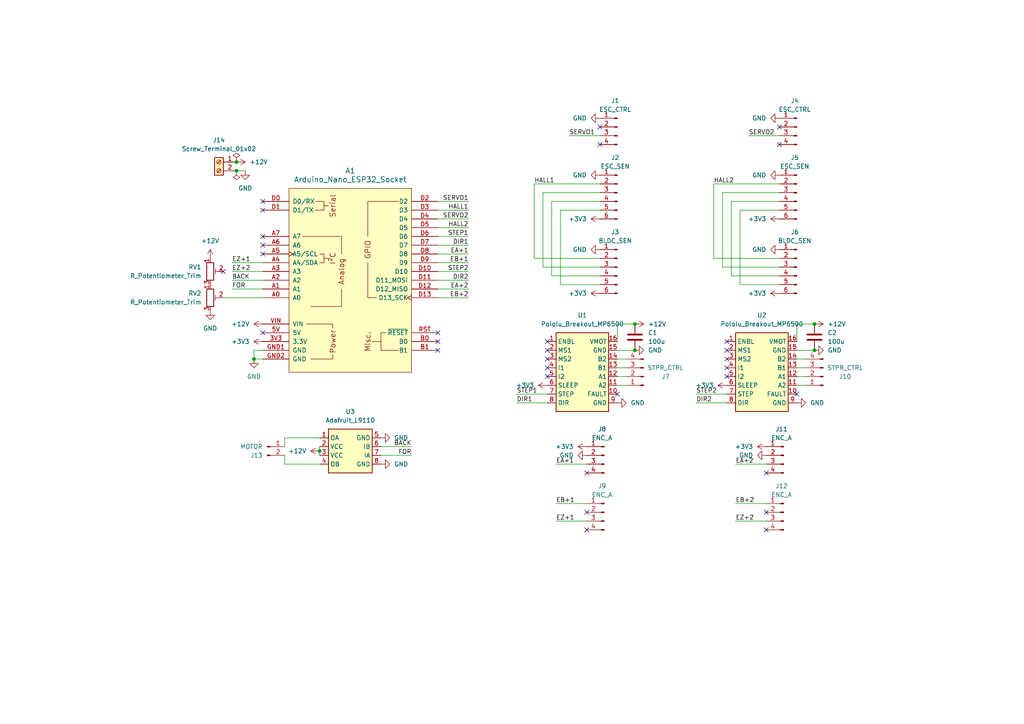
<source format=kicad_sch>
(kicad_sch (version 20230121) (generator eeschema)
  (paper "A4")
  (title_block (title "Onboard Controller V1") (date "2024-02-20") (rev "0"))
  (lib_symbols
    (symbol "Connector:Conn_01x02_Pin" (pin_names (offset 1.016) hide)
      (property "Reference" "J" (at 0 2.54 0))
      (property "Value" "Conn_01x02_Pin" (at 0 -5.08 0))
      (symbol "Conn_01x02_Pin_1_1"
        (polyline (pts (xy 1.27 -2.54) (xy 0.8636 -2.54)) (stroke (width 0.1524)))
        (polyline (pts (xy 1.27 0) (xy 0.8636 0)) (stroke (width 0.1524)))
        (rectangle (start 0.8636 -2.413) (end 0 -2.667) (stroke (width 0.1524)) (fill (type outline)))
        (rectangle (start 0.8636 0.127) (end 0 -0.127) (stroke (width 0.1524)) (fill (type outline)))
        (pin passive line (at 5.08 0 180) (length 3.81) (name "Pin_1") (number "1"))
        (pin passive line (at 5.08 -2.54 180) (length 3.81) (name "Pin_2") (number "2"))
      )
    )
    (symbol "Connector:Conn_01x04_Pin" (pin_names (offset 1.016) hide)
      (property "Reference" "J" (at 0 5.08 0))
      (property "Value" "Conn_01x04_Pin" (at 0 -7.62 0))
      (symbol "Conn_01x04_Pin_1_1"
        (polyline (pts (xy 1.27 -5.08) (xy 0.8636 -5.08)) (stroke (width 0.1524)))
        (polyline (pts (xy 1.27 -2.54) (xy 0.8636 -2.54)) (stroke (width 0.1524)))
        (polyline (pts (xy 1.27 0) (xy 0.8636 0)) (stroke (width 0.1524)))
        (polyline (pts (xy 1.27 2.54) (xy 0.8636 2.54)) (stroke (width 0.1524)))
        (rectangle (start 0.8636 -4.953) (end 0 -5.207) (stroke (width 0.1524)) (fill (type outline)))
        (rectangle (start 0.8636 -2.413) (end 0 -2.667) (stroke (width 0.1524)) (fill (type outline)))
        (rectangle (start 0.8636 0.127) (end 0 -0.127) (stroke (width 0.1524)) (fill (type outline)))
        (rectangle (start 0.8636 2.667) (end 0 2.413) (stroke (width 0.1524)) (fill (type outline)))
        (pin passive line (at 5.08 2.54 180) (length 3.81) (name "Pin_1") (number "1"))
        (pin passive line (at 5.08 0 180) (length 3.81) (name "Pin_2") (number "2"))
        (pin passive line (at 5.08 -2.54 180) (length 3.81) (name "Pin_3") (number "3"))
        (pin passive line (at 5.08 -5.08 180) (length 3.81) (name "Pin_4") (number "4"))
      )
    )
    (symbol "Connector:Conn_01x06_Pin" (pin_names (offset 1.016) hide)
      (property "Reference" "J" (at 0 7.62 0))
      (property "Value" "Conn_01x06_Pin" (at 0 -10.16 0))
      (symbol "Conn_01x06_Pin_1_1"
        (polyline (pts (xy 1.27 -7.62) (xy 0.8636 -7.62)) (stroke (width 0.1524)))
        (polyline (pts (xy 1.27 -5.08) (xy 0.8636 -5.08)) (stroke (width 0.1524)))
        (polyline (pts (xy 1.27 -2.54) (xy 0.8636 -2.54)) (stroke (width 0.1524)))
        (polyline (pts (xy 1.27 0) (xy 0.8636 0)) (stroke (width 0.1524)))
        (polyline (pts (xy 1.27 2.54) (xy 0.8636 2.54)) (stroke (width 0.1524)))
        (polyline (pts (xy 1.27 5.08) (xy 0.8636 5.08)) (stroke (width 0.1524)))
        (rectangle (start 0.8636 -7.493) (end 0 -7.747) (stroke (width 0.1524)) (fill (type outline)))
        (rectangle (start 0.8636 -4.953) (end 0 -5.207) (stroke (width 0.1524)) (fill (type outline)))
        (rectangle (start 0.8636 -2.413) (end 0 -2.667) (stroke (width 0.1524)) (fill (type outline)))
        (rectangle (start 0.8636 0.127) (end 0 -0.127) (stroke (width 0.1524)) (fill (type outline)))
        (rectangle (start 0.8636 2.667) (end 0 2.413) (stroke (width 0.1524)) (fill (type outline)))
        (rectangle (start 0.8636 5.207) (end 0 4.953) (stroke (width 0.1524)) (fill (type outline)))
        (pin passive line (at 5.08 5.08 180) (length 3.81) (name "Pin_1") (number "1"))
        (pin passive line (at 5.08 2.54 180) (length 3.81) (name "Pin_2") (number "2"))
        (pin passive line (at 5.08 0 180) (length 3.81) (name "Pin_3") (number "3"))
        (pin passive line (at 5.08 -2.54 180) (length 3.81) (name "Pin_4") (number "4"))
        (pin passive line (at 5.08 -5.08 180) (length 3.81) (name "Pin_5") (number "5"))
        (pin passive line (at 5.08 -7.62 180) (length 3.81) (name "Pin_6") (number "6"))
      )
    )
    (symbol "Connector:Screw_Terminal_01x02" (pin_names (offset 1.016) hide)
      (property "Reference" "J" (at 0 2.54 0))
      (property "Value" "Screw_Terminal_01x02" (at 0 -5.08 0))
      (symbol "Screw_Terminal_01x02_1_1"
        (rectangle (start -1.27 1.27) (end 1.27 -3.81) (stroke (width 0.254)) (fill (type background)))
        (circle (center 0 -2.54) (radius 0.635) (stroke (width 0.1524)))
        (polyline (pts (xy -0.5334 -2.2098) (xy 0.3302 -3.048)) (stroke (width 0.1524)))
        (polyline (pts (xy -0.5334 0.3302) (xy 0.3302 -0.508)) (stroke (width 0.1524)))
        (polyline (pts (xy -0.3556 -2.032) (xy 0.508 -2.8702)) (stroke (width 0.1524)))
        (polyline (pts (xy -0.3556 0.508) (xy 0.508 -0.3302)) (stroke (width 0.1524)))
        (circle (center 0 0) (radius 0.635) (stroke (width 0.1524)))
        (pin passive line (at -5.08 0 0) (length 3.81) (name "Pin_1") (number "1"))
        (pin passive line (at -5.08 -2.54 0) (length 3.81) (name "Pin_2") (number "2"))
      )
    )
    (symbol "Device:C" (pin_numbers hide) (pin_names (offset 0.254))
      (property "Reference" "C" (at 0.635 2.54 0))
      (property "Value" "C" (at 0.635 -2.54 0))
      (symbol "C_0_1"
        (polyline (pts (xy -2.032 -0.762) (xy 2.032 -0.762)) (stroke (width 0.508)))
        (polyline (pts (xy -2.032 0.762) (xy 2.032 0.762)) (stroke (width 0.508)))
      )
      (symbol "C_1_1"
        (pin passive line (at 0 3.81 270) (length 2.794) (name "~") (number "1"))
        (pin passive line (at 0 -3.81 90) (length 2.794) (name "~") (number "2"))
      )
    )
    (symbol "Device:R_Potentiometer_Trim" (pin_names (offset 1.016) hide)
      (property "Reference" "RV" (at -4.445 0 90))
      (property "Value" "R_Potentiometer_Trim" (at -2.54 0 90))
      (symbol "R_Potentiometer_Trim_0_1"
        (polyline (pts (xy 1.524 0.762) (xy 1.524 -0.762)))
        (polyline (pts (xy 2.54 0) (xy 1.524 0)))
        (rectangle (start 1.016 2.54) (end -1.016 -2.54) (stroke (width 0.254)))
      )
      (symbol "R_Potentiometer_Trim_1_1"
        (pin passive line (at 0 3.81 270) (length 1.27) (name "1") (number "1"))
        (pin passive line (at 3.81 0 180) (length 1.27) (name "2") (number "2"))
        (pin passive line (at 0 -3.81 90) (length 1.27) (name "3") (number "3"))
      )
    )
    (symbol "PCM_arduino-library:Arduino_Nano_ESP32_Socket" (pin_names (offset 1.016))
      (property "Reference" "A" (at 0 33.02 0))
      (property "Value" "Arduino_Nano_ESP32_Socket" (at 0 29.21 0))
      (symbol "Arduino_Nano_ESP32_Socket_0_0"
        (rectangle (start -17.78 26.67) (end 17.78 -26.67) (fill (type background)))
        (polyline (pts (xy -7.62 6.35) (xy -6.35 6.35)))
        (polyline (pts (xy -7.62 21.59) (xy -6.35 21.59)))
        (polyline (pts (xy 8.89 -17.78) (xy 6.35 -17.78)))
        (polyline (pts (xy -11.43 -22.86) (xy -5.08 -22.86) (xy -5.08 -21.59)))
        (polyline (pts (xy -5.08 -13.97) (xy -5.08 -12.7) (xy -12.7 -12.7)))
        (polyline (pts (xy -10.16 22.86) (xy -7.62 22.86) (xy -7.62 20.32) (xy -10.16 20.32)))
        (polyline (pts (xy -8.89 7.62) (xy -7.62 7.62) (xy -7.62 5.08) (xy -8.89 5.08)))
        (text "Analog" (at -2.54 2.54 900) (effects (font (size 1.524 1.524))))
        (text "I²C" (at -5.08 6.35 900) (effects (font (size 1.524 1.524))))
        (text "Misc." (at 5.08 -17.78 900) (effects (font (size 1.524 1.524))))
        (text "Power" (at -5.08 -17.78 900) (effects (font (size 1.524 1.524))))
        (text "Serial" (at -5.08 21.59 900) (effects (font (size 1.524 1.524))))
      )
      (symbol "Arduino_Nano_ESP32_Socket_0_1"
        (polyline (pts (xy -13.97 12.7) (xy -2.54 12.7) (xy -2.54 7.62)))
        (polyline (pts (xy -11.43 -7.62) (xy -2.54 -7.62) (xy -2.54 -2.54)))
        (polyline (pts (xy 7.62 -5.08) (xy 5.08 -5.08) (xy 5.08 5.08)))
        (polyline (pts (xy 13.97 22.86) (xy 5.08 22.86) (xy 5.08 12.7)))
        (polyline (pts (xy 10.16 -15.24) (xy 8.89 -15.24) (xy 8.89 -20.32) (xy 13.97 -20.32)))
      )
      (symbol "Arduino_Nano_ESP32_Socket_1_0"
        (text "GPIO" (at 5.08 8.89 900) (effects (font (size 1.524 1.524))))
      )
      (symbol "Arduino_Nano_ESP32_Socket_1_1"
        (pin power_out line (at -25.4 -17.78 0) (length 7.62) (name "3.3V") (number "3V3"))
        (pin power_in line (at -25.4 -15.24 0) (length 7.62) (name "5V") (number "5V"))
        (pin bidirectional line (at -25.4 -5.08 0) (length 7.62) (name "A0") (number "A0"))
        (pin bidirectional line (at -25.4 -2.54 0) (length 7.62) (name "A1") (number "A1"))
        (pin bidirectional line (at -25.4 0 0) (length 7.62) (name "A2") (number "A2"))
        (pin bidirectional line (at -25.4 2.54 0) (length 7.62) (name "A3") (number "A3"))
        (pin bidirectional line (at -25.4 5.08 0) (length 7.62) (name "A4/SDA") (number "A4"))
        (pin bidirectional clock (at -25.4 7.62 0) (length 7.62) (name "A5/SCL") (number "A5"))
        (pin input line (at -25.4 10.16 0) (length 7.62) (name "A6") (number "A6"))
        (pin input line (at -25.4 12.7 0) (length 7.62) (name "A7") (number "A7"))
        (pin bidirectional line (at 25.4 -17.78 180) (length 7.62) (name "B0") (number "B0"))
        (pin bidirectional line (at 25.4 -20.32 180) (length 7.62) (name "B1") (number "B1"))
        (pin bidirectional line (at -25.4 22.86 0) (length 7.62) (name "D0/RX") (number "D0"))
        (pin bidirectional line (at -25.4 20.32 0) (length 7.62) (name "D1/TX") (number "D1"))
        (pin bidirectional line (at 25.4 2.54 180) (length 7.62) (name "D10") (number "D10"))
        (pin bidirectional line (at 25.4 0 180) (length 7.62) (name "D11_MOSI") (number "D11"))
        (pin bidirectional line (at 25.4 -2.54 180) (length 7.62) (name "D12_MISO") (number "D12"))
        (pin bidirectional clock (at 25.4 -5.08 180) (length 7.62) (name "D13_SCK") (number "D13"))
        (pin bidirectional line (at 25.4 22.86 180) (length 7.62) (name "D2") (number "D2"))
        (pin bidirectional line (at 25.4 20.32 180) (length 7.62) (name "D3") (number "D3"))
        (pin bidirectional line (at 25.4 17.78 180) (length 7.62) (name "D4") (number "D4"))
        (pin bidirectional line (at 25.4 15.24 180) (length 7.62) (name "D5") (number "D5"))
        (pin bidirectional line (at 25.4 12.7 180) (length 7.62) (name "D6") (number "D6"))
        (pin bidirectional line (at 25.4 10.16 180) (length 7.62) (name "D7") (number "D7"))
        (pin bidirectional line (at 25.4 7.62 180) (length 7.62) (name "D8") (number "D8"))
        (pin bidirectional line (at 25.4 5.08 180) (length 7.62) (name "D9") (number "D9"))
        (pin power_in line (at -25.4 -20.32 0) (length 7.62) (name "GND") (number "GND1"))
        (pin power_in line (at -25.4 -22.86 0) (length 7.62) (name "GND") (number "GND2"))
        (pin open_collector line (at 25.4 -15.24 180) (length 7.62) (name "~{RESET}") (number "RST"))
        (pin power_in line (at -25.4 -12.7 0) (length 7.62) (name "VIN") (number "VIN"))
      )
    )
    (symbol "Pololu_Breakout_MP6500_1"
      (property "Reference" "U" (at -6.35 12.7 0))
      (property "Value" "Pololu_Breakout_MP6500" (at -7.62 -12.7 0))
      (symbol "Pololu_Breakout_MP6500_1_0_1"
        (rectangle (start -7.62 11.43) (end 7.62 -11.43) (stroke (width 0.254)) (fill (type background)))
      )
      (symbol "Pololu_Breakout_MP6500_1_1_1"
        (pin input line (at -10.16 8.89 0) (length 2.54) (name "ENBL") (number "1"))
        (pin input line (at 10.16 -6.35 180) (length 2.54) (name "FAULT") (number "10"))
        (pin output line (at 10.16 -3.81 180) (length 2.54) (name "A2") (number "11"))
        (pin output line (at 10.16 -1.27 180) (length 2.54) (name "A1") (number "12"))
        (pin output line (at 10.16 1.27 180) (length 2.54) (name "B1") (number "13"))
        (pin output line (at 10.16 3.81 180) (length 2.54) (name "B2") (number "14"))
        (pin power_in line (at 10.16 6.35 180) (length 2.54) (name "GND") (number "15"))
        (pin power_in line (at 10.16 8.89 180) (length 2.54) (name "VMOT") (number "16"))
        (pin input line (at -10.16 6.35 0) (length 2.54) (name "MS1") (number "2"))
        (pin input line (at -10.16 3.81 0) (length 2.54) (name "MS2") (number "3"))
        (pin input line (at -10.16 1.27 0) (length 2.54) (name "I1") (number "4"))
        (pin input line (at -10.16 -1.27 0) (length 2.54) (name "I2") (number "5"))
        (pin input line (at -10.16 -3.81 0) (length 2.54) (name "SLEEP") (number "6"))
        (pin input line (at -10.16 -6.35 0) (length 2.54) (name "STEP") (number "7"))
        (pin input line (at -10.16 -8.89 0) (length 2.54) (name "DIR") (number "8"))
        (pin power_in line (at 10.16 -8.89 180) (length 2.54) (name "GND") (number "9"))
      )
    )
    (symbol "Symbol Library:Adafruit_L9110"
      (property "Reference" "U" (at -5.08 7.62 0))
      (property "Value" "Adafruit_L9110" (at -6.35 -7.62 0))
      (symbol "Adafruit_L9110_0_1"
        (rectangle (start -6.35 6.35) (end 6.35 -6.35) (stroke (width 0.254)) (fill (type background)))
      )
      (symbol "Adafruit_L9110_1_1"
        (pin output line (at -8.89 3.81 0) (length 2.54) (name "OA") (number "1"))
        (pin power_in line (at -8.89 1.27 0) (length 2.54) (name "VCC") (number "2"))
        (pin power_in line (at -8.89 -1.27 0) (length 2.54) (name "VCC") (number "3"))
        (pin output line (at -8.89 -3.81 0) (length 2.54) (name "OB") (number "4"))
        (pin power_in line (at 8.89 3.81 180) (length 2.54) (name "GND") (number "5"))
        (pin input line (at 8.89 1.27 180) (length 2.54) (name "IB") (number "6"))
        (pin input line (at 8.89 -1.27 180) (length 2.54) (name "IA") (number "7"))
        (pin power_in line (at 8.89 -3.81 180) (length 2.54) (name "GND") (number "8"))
      )
    )
    (symbol "Symbol Library:Pololu_Breakout_MP6500"
      (property "Reference" "U" (at -6.35 12.7 0))
      (property "Value" "Pololu_Breakout_MP6500" (at -7.62 -12.7 0))
      (symbol "Pololu_Breakout_MP6500_0_1"
        (rectangle (start -7.62 11.43) (end 7.62 -11.43) (stroke (width 0.254)) (fill (type background)))
      )
      (symbol "Pololu_Breakout_MP6500_1_1"
        (pin input line (at -10.16 8.89 0) (length 2.54) (name "ENBL") (number "1"))
        (pin input line (at 10.16 -6.35 180) (length 2.54) (name "FAULT") (number "10"))
        (pin output line (at 10.16 -3.81 180) (length 2.54) (name "A2") (number "11"))
        (pin output line (at 10.16 -1.27 180) (length 2.54) (name "A1") (number "12"))
        (pin output line (at 10.16 1.27 180) (length 2.54) (name "B1") (number "13"))
        (pin output line (at 10.16 3.81 180) (length 2.54) (name "B2") (number "14"))
        (pin power_in line (at 10.16 6.35 180) (length 2.54) (name "GND") (number "15"))
        (pin power_in line (at 10.16 8.89 180) (length 2.54) (name "VMOT") (number "16"))
        (pin input line (at -10.16 6.35 0) (length 2.54) (name "MS1") (number "2"))
        (pin input line (at -10.16 3.81 0) (length 2.54) (name "MS2") (number "3"))
        (pin input line (at -10.16 1.27 0) (length 2.54) (name "I1") (number "4"))
        (pin input line (at -10.16 -1.27 0) (length 2.54) (name "I2") (number "5"))
        (pin input line (at -10.16 -3.81 0) (length 2.54) (name "SLEEP") (number "6"))
        (pin input line (at -10.16 -6.35 0) (length 2.54) (name "STEP") (number "7"))
        (pin input line (at -10.16 -8.89 0) (length 2.54) (name "DIR") (number "8"))
        (pin power_in line (at 10.16 -8.89 180) (length 2.54) (name "GND") (number "9"))
      )
    )
    (symbol "power:+12V" (power) (pin_names (offset 0))
      (property "Value" "+12V" (at 0 3.556 0))
      (symbol "+12V_0_1"
        (polyline (pts (xy -0.762 1.27) (xy 0 2.54)))
        (polyline (pts (xy 0 0) (xy 0 2.54)))
        (polyline (pts (xy 0 2.54) (xy 0.762 1.27)))
      )
      (symbol "+12V_1_1"
        (pin power_in line (at 0 0 90) (length 0) hide (name "+12V") (number "1"))
      )
    )
    (symbol "power:+3V3" (power) (pin_names (offset 0))
      (property "Value" "+3V3" (at 0 3.556 0))
      (symbol "+3V3_0_1"
        (polyline (pts (xy -0.762 1.27) (xy 0 2.54)))
        (polyline (pts (xy 0 0) (xy 0 2.54)))
        (polyline (pts (xy 0 2.54) (xy 0.762 1.27)))
      )
      (symbol "+3V3_1_1"
        (pin power_in line (at 0 0 90) (length 0) hide (name "+3V3") (number "1"))
      )
    )
    (symbol "power:GND" (power) (pin_names (offset 0))
      (property "Value" "GND" (at 0 -3.81 0))
      (symbol "GND_0_1"
        (polyline (pts (xy 0 0) (xy 0 -1.27) (xy 1.27 -1.27) (xy 0 -2.54) (xy -1.27 -1.27) (xy 0 -1.27)))
      )
      (symbol "GND_1_1"
        (pin power_in line (at 0 0 270) (length 0) hide (name "GND") (number "1"))
      )
    )
    (symbol "power:PWR_FLAG" (power) (pin_numbers hide) (pin_names (offset 0) hide)
      (property "Value" "PWR_FLAG" (at 0 3.81 0))
      (symbol "PWR_FLAG_0_0"
        (pin power_out line (at 0 0 90) (length 0) (name "pwr") (number "1"))
      )
      (symbol "PWR_FLAG_0_1"
        (polyline (pts (xy 0 0) (xy 0 1.27) (xy -1.016 1.905) (xy 0 2.54) (xy 1.016 1.905) (xy 0 1.27)))
      )
    )
  )
  (junction (at 184.15 101.6))
  (junction (at 73.66 104.14))
  (junction (at 236.22 93.98))
  (junction (at 184.15 93.98))
  (junction (at 236.22 101.6))
  (junction (at 68.58 46.99))
  (junction (at 68.58 49.53))
  (junction (at 92.71 130.81))
  (no_connect (at 222.25 153.67))
  (no_connect (at 170.18 148.59))
  (no_connect (at 127 101.6))
  (no_connect (at 76.2 96.52))
  (no_connect (at 76.2 68.58))
  (no_connect (at 170.18 137.16))
  (no_connect (at 222.25 137.16))
  (no_connect (at 76.2 73.66))
  (no_connect (at 173.99 36.83))
  (no_connect (at 127 99.06))
  (no_connect (at 210.82 106.68))
  (no_connect (at 158.75 101.6))
  (no_connect (at 76.2 58.42))
  (no_connect (at 127 96.52))
  (no_connect (at 64.77 78.74))
  (no_connect (at 173.99 41.91))
  (no_connect (at 179.07 114.3))
  (no_connect (at 210.82 99.06))
  (no_connect (at 158.75 104.14))
  (no_connect (at 158.75 109.22))
  (no_connect (at 210.82 104.14))
  (no_connect (at 158.75 99.06))
  (no_connect (at 226.06 41.91))
  (no_connect (at 226.06 36.83))
  (no_connect (at 210.82 101.6))
  (no_connect (at 231.14 114.3))
  (no_connect (at 76.2 71.12))
  (no_connect (at 222.25 148.59))
  (no_connect (at 76.2 60.96))
  (no_connect (at 170.18 153.67))
  (no_connect (at 210.82 109.22))
  (no_connect (at 158.75 106.68))
  (wire (pts (xy 160.02 80.01) (xy 160.02 58.42)))
  (wire (pts (xy 226.06 80.01) (xy 212.09 80.01)))
  (wire (pts (xy 135.89 63.5) (xy 127 63.5)))
  (wire (pts (xy 67.31 81.28) (xy 76.2 81.28)))
  (wire (pts (xy 209.55 77.47) (xy 226.06 77.47)))
  (wire (pts (xy 160.02 58.42) (xy 173.99 58.42)))
  (wire (pts (xy 135.89 60.96) (xy 127 60.96)))
  (wire (pts (xy 157.48 55.88) (xy 157.48 77.47)))
  (wire (pts (xy 226.06 82.55) (xy 214.63 82.55)))
  (wire (pts (xy 119.38 132.08) (xy 110.49 132.08)))
  (wire (pts (xy 67.31 76.2) (xy 76.2 76.2)))
  (wire (pts (xy 173.99 74.93) (xy 154.94 74.93)))
  (wire (pts (xy 179.07 93.98) (xy 179.07 99.06)))
  (wire (pts (xy 173.99 82.55) (xy 162.56 82.55)))
  (wire (pts (xy 162.56 60.96) (xy 173.99 60.96)))
  (wire (pts (xy 135.89 83.82) (xy 127 83.82)))
  (wire (pts (xy 217.17 39.37) (xy 226.06 39.37)))
  (wire (pts (xy 127 68.58) (xy 135.89 68.58)))
  (wire (pts (xy 157.48 77.47) (xy 173.99 77.47)))
  (wire (pts (xy 127 78.74) (xy 135.89 78.74)))
  (wire (pts (xy 231.14 93.98) (xy 231.14 99.06)))
  (wire (pts (xy 92.71 130.81) (xy 92.71 132.08)))
  (wire (pts (xy 214.63 82.55) (xy 214.63 60.96)))
  (wire (pts (xy 231.14 101.6) (xy 236.22 101.6)))
  (wire (pts (xy 207.01 53.34) (xy 226.06 53.34)))
  (wire (pts (xy 179.07 101.6) (xy 184.15 101.6)))
  (wire (pts (xy 181.61 109.22) (xy 179.07 109.22)))
  (wire (pts (xy 162.56 82.55) (xy 162.56 60.96)))
  (wire (pts (xy 127 58.42) (xy 135.89 58.42)))
  (wire (pts (xy 231.14 93.98) (xy 236.22 93.98)))
  (wire (pts (xy 181.61 106.68) (xy 179.07 106.68)))
  (wire (pts (xy 127 71.12) (xy 135.89 71.12)))
  (wire (pts (xy 179.07 93.98) (xy 184.15 93.98)))
  (wire (pts (xy 209.55 55.88) (xy 209.55 77.47)))
  (wire (pts (xy 82.55 127) (xy 92.71 127)))
  (wire (pts (xy 73.66 101.6) (xy 76.2 101.6)))
  (wire (pts (xy 161.29 151.13) (xy 170.18 151.13)))
  (wire (pts (xy 82.55 129.54) (xy 82.55 127)))
  (wire (pts (xy 233.68 111.76) (xy 231.14 111.76)))
  (wire (pts (xy 165.1 39.37) (xy 173.99 39.37)))
  (wire (pts (xy 173.99 80.01) (xy 160.02 80.01)))
  (wire (pts (xy 73.66 104.14) (xy 76.2 104.14)))
  (wire (pts (xy 73.66 101.6) (xy 73.66 104.14)))
  (wire (pts (xy 213.36 146.05) (xy 222.25 146.05)))
  (wire (pts (xy 210.82 114.3) (xy 201.93 114.3)))
  (wire (pts (xy 64.77 86.36) (xy 76.2 86.36)))
  (wire (pts (xy 181.61 111.76) (xy 179.07 111.76)))
  (wire (pts (xy 67.31 83.82) (xy 76.2 83.82)))
  (wire (pts (xy 135.89 76.2) (xy 127 76.2)))
  (wire (pts (xy 67.31 78.74) (xy 76.2 78.74)))
  (wire (pts (xy 161.29 146.05) (xy 170.18 146.05)))
  (wire (pts (xy 214.63 60.96) (xy 226.06 60.96)))
  (wire (pts (xy 212.09 58.42) (xy 226.06 58.42)))
  (wire (pts (xy 119.38 129.54) (xy 110.49 129.54)))
  (wire (pts (xy 233.68 104.14) (xy 231.14 104.14)))
  (wire (pts (xy 161.29 134.62) (xy 170.18 134.62)))
  (wire (pts (xy 82.55 132.08) (xy 82.55 134.62)))
  (wire (pts (xy 207.01 74.93) (xy 207.01 53.34)))
  (wire (pts (xy 173.99 55.88) (xy 157.48 55.88)))
  (wire (pts (xy 226.06 55.88) (xy 209.55 55.88)))
  (wire (pts (xy 210.82 116.84) (xy 201.93 116.84)))
  (wire (pts (xy 158.75 116.84) (xy 149.86 116.84)))
  (wire (pts (xy 154.94 53.34) (xy 173.99 53.34)))
  (wire (pts (xy 212.09 80.01) (xy 212.09 58.42)))
  (wire (pts (xy 71.12 49.53) (xy 68.58 49.53)))
  (wire (pts (xy 181.61 104.14) (xy 179.07 104.14)))
  (wire (pts (xy 82.55 134.62) (xy 92.71 134.62)))
  (wire (pts (xy 158.75 114.3) (xy 149.86 114.3)))
  (wire (pts (xy 154.94 74.93) (xy 154.94 53.34)))
  (wire (pts (xy 213.36 134.62) (xy 222.25 134.62)))
  (wire (pts (xy 233.68 109.22) (xy 231.14 109.22)))
  (wire (pts (xy 226.06 74.93) (xy 207.01 74.93)))
  (wire (pts (xy 92.71 129.54) (xy 92.71 130.81)))
  (wire (pts (xy 135.89 73.66) (xy 127 73.66)))
  (wire (pts (xy 213.36 151.13) (xy 222.25 151.13)))
  (wire (pts (xy 135.89 86.36) (xy 127 86.36)))
  (wire (pts (xy 233.68 106.68) (xy 231.14 106.68)))
  (wire (pts (xy 127 81.28) (xy 135.89 81.28)))
  (wire (pts (xy 135.89 66.04) (xy 127 66.04)))
  (label "EA+2" (at 213.36 134.62 0))
  (label "BACK" (at 67.31 81.28 0))
  (label "FOR" (at 67.31 83.82 0))
  (label "EA+1" (at 161.29 134.62 0))
  (label "DIR1" (at 149.86 116.84 0))
  (label "EB+1" (at 135.89 76.2 180))
  (label "SERVO2" (at 135.89 63.5 180))
  (label "SERVO2" (at 217.17 39.37 0))
  (label "EA+2" (at 135.89 83.82 180))
  (label "STEP1" (at 135.89 68.58 180))
  (label "EZ+2" (at 213.36 151.13 0))
  (label "HALL2" (at 207.01 53.34 0))
  (label "EZ+1" (at 161.29 151.13 0))
  (label "BACK" (at 119.38 129.54 180))
  (label "HALL1" (at 135.89 60.96 180))
  (label "STEP1" (at 149.86 114.3 0))
  (label "DIR2" (at 201.93 116.84 0))
  (label "EB+1" (at 161.29 146.05 0))
  (label "SERVO1" (at 165.1 39.37 0))
  (label "HALL1" (at 154.94 53.34 0))
  (label "DIR1" (at 135.89 71.12 180))
  (label "DIR2" (at 135.89 81.28 180))
  (label "HALL2" (at 135.89 66.04 180))
  (label "EZ+1" (at 67.31 76.2 0))
  (label "FOR" (at 119.38 132.08 180))
  (label "STEP2" (at 135.89 78.74 180))
  (label "STEP2" (at 201.93 114.3 0))
  (label "EZ+2" (at 67.31 78.74 0))
  (label "EB+2" (at 213.36 146.05 0))
  (label "EA+1" (at 135.89 73.66 180))
  (label "SERVO1" (at 135.89 58.42 180))
  (label "EB+2" (at 135.89 86.36 180))
  (symbol (lib_id "Connector:Conn_01x04_Pin") (at 227.33 132.08 0) (mirror y) (unit 1)
    (property "Reference" "J11" (at 226.695 124.46 0))
    (property "Value" "ENC_A" (at 226.695 127 0))
    (property "Footprint" "Connector_JST:JST_XH_S4B-XH-A_1x04_P2.50mm_Horizontal" (effects hide))
  )
  (symbol (lib_id "power:+12V") (at 92.71 130.81 90) (unit 1)
    (property "Reference" "#PWR028" (effects hide))
    (property "Value" "+12V" (at 88.9 130.81 90) (effects (justify left)))
  )
  (symbol (lib_id "Connector:Conn_01x02_Pin") (at 77.47 129.54 0) (unit 1)
    (property "Reference" "J13" (at 76.2 132.08 0) (effects (justify right)))
    (property "Value" "MOTOR" (at 76.2 129.54 0) (effects (justify right)))
    (property "Footprint" "Connector_JST:JST_XH_S2B-XH-A_1x02_P2.50mm_Horizontal" (effects hide))
  )
  (symbol (lib_id "power:+3V3") (at 76.2 99.06 90) (unit 1)
    (property "Reference" "#PWR02" (effects hide))
    (property "Value" "+3V3" (at 72.39 99.06 90) (effects (justify left)))
  )
  (symbol (lib_id "Connector:Conn_01x04_Pin") (at 227.33 148.59 0) (mirror y) (unit 1)
    (property "Reference" "J12" (at 226.695 140.97 0))
    (property "Value" "ENC_A" (at 226.695 143.51 0))
    (property "Footprint" "Connector_JST:JST_XH_S4B-XH-A_1x04_P2.50mm_Horizontal" (effects hide))
  )
  (symbol (lib_id "Connector:Conn_01x04_Pin") (at 186.69 109.22 180) (unit 1)
    (property "Reference" "J7" (at 193.04 109.22 0))
    (property "Value" "STPR_CTRL" (at 193.04 106.68 0))
    (property "Footprint" "Connector_JST:JST_XH_S4B-XH-A_1x04_P2.50mm_Horizontal" (effects hide))
  )
  (symbol (lib_id "power:GND") (at 73.66 104.14 0) (unit 1)
    (property "Reference" "#PWR05" (effects hide))
    (property "Value" "GND" (at 73.66 109.22 0))
  )
  (symbol (lib_id "power:+3V3") (at 170.18 129.54 90) (unit 1)
    (property "Reference" "#PWR020" (effects hide))
    (property "Value" "+3V3" (at 166.37 129.54 90) (effects (justify left)))
  )
  (symbol (lib_id "Connector:Conn_01x04_Pin") (at 175.26 148.59 0) (mirror y) (unit 1)
    (property "Reference" "J9" (at 174.625 140.97 0))
    (property "Value" "ENC_A" (at 174.625 143.51 0))
    (property "Footprint" "Connector_JST:JST_XH_S4B-XH-A_1x04_P2.50mm_Horizontal" (effects hide))
  )
  (symbol (lib_id "power:GND") (at 110.49 134.62 90) (unit 1)
    (property "Reference" "#PWR030" (effects hide))
    (property "Value" "GND" (at 114.3 134.62 90) (effects (justify right)))
  )
  (symbol (lib_id "power:GND") (at 60.96 90.17 0) (unit 1)
    (property "Reference" "#PWR031" (effects hide))
    (property "Value" "GND" (at 60.96 95.25 0))
  )
  (symbol (lib_id "power:GND") (at 222.25 132.08 270) (unit 1)
    (property "Reference" "#PWR024" (effects hide))
    (property "Value" "GND" (at 218.44 132.08 90) (effects (justify right)))
  )
  (symbol (lib_id "Connector:Screw_Terminal_01x02") (at 63.5 46.99 0) (mirror y) (unit 1)
    (property "Reference" "J14" (at 63.5 40.64 0))
    (property "Value" "Screw_Terminal_01x02" (at 63.5 43.18 0))
    (property "Footprint" "Footprint Library:On_Shore_Tech_Barrier_Strip_2Pos" (effects hide))
  )
  (symbol (lib_id "power:+3V3") (at 173.99 63.5 90) (unit 1)
    (property "Reference" "#PWR010" (effects hide))
    (property "Value" "+3V3" (at 170.18 63.5 90) (effects (justify left)))
  )
  (symbol (lib_id "power:+3V3") (at 158.75 111.76 90) (unit 1)
    (property "Reference" "#PWR01" (effects hide))
    (property "Value" "+3V3" (at 154.94 111.76 90) (effects (justify left)))
  )
  (symbol (lib_id "power:+12V") (at 60.96 74.93 0) (unit 1)
    (property "Reference" "#PWR032" (effects hide))
    (property "Value" "+12V" (at 60.96 69.85 0))
  )
  (symbol (lib_id "power:+12V") (at 76.2 93.98 90) (unit 1)
    (property "Reference" "#PWR03" (effects hide))
    (property "Value" "+12V" (at 72.39 93.98 90) (effects (justify left)))
  )
  (symbol (lib_id "power:+3V3") (at 173.99 85.09 90) (unit 1)
    (property "Reference" "#PWR011" (effects hide))
    (property "Value" "+3V3" (at 170.18 85.09 90) (effects (justify left)))
  )
  (symbol (lib_id "power:GND") (at 173.99 34.29 270) (unit 1)
    (property "Reference" "#PWR07" (effects hide))
    (property "Value" "GND" (at 170.18 34.29 90) (effects (justify right)))
  )
  (symbol (lib_id "power:+12V") (at 184.15 93.98 270) (unit 1)
    (property "Reference" "#PWR017" (effects hide))
    (property "Value" "+12V" (at 187.96 93.98 90) (effects (justify left)))
  )
  (symbol (lib_id "Connector:Conn_01x06_Pin") (at 231.14 77.47 0) (mirror y) (unit 1)
    (property "Reference" "J6" (at 230.505 67.31 0))
    (property "Value" "BLDC_SEN" (at 230.505 69.85 0))
    (property "Footprint" "Connector_JST:JST_XH_S6B-XH-A_1x06_P2.50mm_Horizontal" (effects hide))
  )
  (symbol (lib_id "power:GND") (at 226.06 50.8 270) (unit 1)
    (property "Reference" "#PWR013" (effects hide))
    (property "Value" "GND" (at 222.25 50.8 90) (effects (justify right)))
  )
  (symbol (lib_id "Connector:Conn_01x04_Pin") (at 179.07 36.83 0) (mirror y) (unit 1)
    (property "Reference" "J1" (at 178.435 29.21 0))
    (property "Value" "ESC_CTRL" (at 178.435 31.75 0))
    (property "Footprint" "Connector_JST:JST_XH_S4B-XH-A_1x04_P2.50mm_Horizontal" (effects hide))
  )
  (symbol (lib_id "power:GND") (at 184.15 101.6 90) (unit 1)
    (property "Reference" "#PWR018" (effects hide))
    (property "Value" "GND" (at 187.96 101.6 90) (effects (justify right)))
  )
  (symbol (lib_id "power:GND") (at 71.12 49.53 0) (unit 1)
    (property "Reference" "#PWR06" (effects hide))
    (property "Value" "GND" (at 71.12 54.61 0))
  )
  (symbol (lib_id "Connector:Conn_01x06_Pin") (at 231.14 55.88 0) (mirror y) (unit 1)
    (property "Reference" "J5" (at 230.505 45.72 0))
    (property "Value" "ESC_SEN" (at 230.505 48.26 0))
    (property "Footprint" "Connector_JST:JST_XH_S6B-XH-A_1x06_P2.50mm_Horizontal" (effects hide))
  )
  (symbol (lib_id "Connector:Conn_01x04_Pin") (at 231.14 36.83 0) (mirror y) (unit 1)
    (property "Reference" "J4" (at 230.505 29.21 0))
    (property "Value" "ESC_CTRL" (at 230.505 31.75 0))
    (property "Footprint" "Connector_JST:JST_XH_S4B-XH-A_1x04_P2.50mm_Horizontal" (effects hide))
  )
  (symbol (lib_id "power:+3V3") (at 222.25 129.54 90) (unit 1)
    (property "Reference" "#PWR023" (effects hide))
    (property "Value" "+3V3" (at 218.44 129.54 90) (effects (justify left)))
  )
  (symbol (lib_id "power:GND") (at 231.14 116.84 90) (unit 1)
    (property "Reference" "#PWR025" (effects hide))
    (property "Value" "GND" (at 234.95 116.84 90) (effects (justify right)))
  )
  (symbol (lib_id "power:GND") (at 173.99 50.8 270) (unit 1)
    (property "Reference" "#PWR09" (effects hide))
    (property "Value" "GND" (at 170.18 50.8 90) (effects (justify right)))
  )
  (symbol (lib_id "Connector:Conn_01x04_Pin") (at 175.26 132.08 0) (mirror y) (unit 1)
    (property "Reference" "J8" (at 174.625 124.46 0))
    (property "Value" "ENC_A" (at 174.625 127 0))
    (property "Footprint" "Connector_JST:JST_XH_S4B-XH-A_1x04_P2.50mm_Horizontal" (effects hide))
  )
  (symbol (lib_id "Device:C") (at 236.22 97.79 0) (unit 1)
    (property "Reference" "C2" (at 240.03 96.52 0) (effects (justify left)))
    (property "Value" "100u" (at 240.03 99.06 0) (effects (justify left)))
  )
  (symbol (lib_id "power:+12V") (at 236.22 93.98 270) (unit 1)
    (property "Reference" "#PWR026" (effects hide))
    (property "Value" "+12V" (at 240.03 93.98 90) (effects (justify left)))
  )
  (symbol (lib_id "PCM_arduino-library:Arduino_Nano_ESP32_Socket") (at 101.6 81.28 0) (unit 1)
    (property "Reference" "A1" (at 101.6 49.53 0) (effects (font (size 1.524 1.524))))
    (property "Value" "Arduino_Nano_ESP32_Socket" (at 101.6 52.07 0) (effects (font (size 1.524 1.524))))
    (property "Footprint" "PCM_arduino-library:Arduino_Nano_ESP32_Socket" (effects hide))
    (property "Datasheet" "https://docs.arduino.cc/hardware/nano-esp32" (effects hide))
  )
  (symbol (lib_id "Device:C") (at 184.15 97.79 0) (unit 1)
    (property "Reference" "C1" (at 187.96 96.52 0) (effects (justify left)))
    (property "Value" "100u" (at 187.96 99.06 0) (effects (justify left)))
  )
  (symbol (lib_name "Pololu_Breakout_MP6500_1") (lib_id "Symbol Library:Pololu_Breakout_MP6500") (at 168.91 107.95 0) (unit 1)
    (property "Reference" "U1" (at 168.91 91.44 0))
    (property "Value" "Pololu_Breakout_MP6500" (at 168.91 93.98 0))
    (property "Footprint" "Footprint Library:Pololu_Breakout_MP6500" (effects hide))
    (property "Datasheet" "https://www.pololu.com/product/2966" (effects hide))
  )
  (symbol (lib_id "power:GND") (at 173.99 72.39 270) (unit 1)
    (property "Reference" "#PWR08" (effects hide))
    (property "Value" "GND" (at 170.18 72.39 90) (effects (justify right)))
  )
  (symbol (lib_id "power:GND") (at 110.49 127 90) (unit 1)
    (property "Reference" "#PWR029" (effects hide))
    (property "Value" "GND" (at 114.3 127 90) (effects (justify right)))
  )
  (symbol (lib_id "power:+3V3") (at 226.06 63.5 90) (unit 1)
    (property "Reference" "#PWR014" (effects hide))
    (property "Value" "+3V3" (at 222.25 63.5 90) (effects (justify left)))
  )
  (symbol (lib_id "power:+3V3") (at 210.82 111.76 90) (unit 1)
    (property "Reference" "#PWR022" (effects hide))
    (property "Value" "+3V3" (at 207.01 111.76 90) (effects (justify left)))
  )
  (symbol (lib_id "power:GND") (at 236.22 101.6 90) (unit 1)
    (property "Reference" "#PWR027" (effects hide))
    (property "Value" "GND" (at 240.03 101.6 90) (effects (justify right)))
  )
  (symbol (lib_id "power:PWR_FLAG") (at 68.58 49.53 180) (unit 1)
    (property "Reference" "#FLG02" (effects hide))
    (property "Value" "PWR_FLAG" (effects hide))
  )
  (symbol (lib_id "power:PWR_FLAG") (at 68.58 46.99 0) (unit 1)
    (property "Reference" "#FLG01" (effects hide))
    (property "Value" "PWR_FLAG" (effects hide))
  )
  (symbol (lib_id "Symbol Library:Pololu_Breakout_MP6500") (at 220.98 107.95 0) (unit 1)
    (property "Reference" "U2" (at 220.98 91.44 0))
    (property "Value" "Pololu_Breakout_MP6500" (at 220.98 93.98 0))
    (property "Footprint" "Footprint Library:Pololu_Breakout_MP6500" (effects hide))
    (property "Datasheet" "https://www.pololu.com/product/2966" (effects hide))
  )
  (symbol (lib_id "power:GND") (at 226.06 34.29 270) (unit 1)
    (property "Reference" "#PWR012" (effects hide))
    (property "Value" "GND" (at 222.25 34.29 90) (effects (justify right)))
  )
  (symbol (lib_id "Connector:Conn_01x06_Pin") (at 179.07 77.47 0) (mirror y) (unit 1)
    (property "Reference" "J3" (at 178.435 67.31 0))
    (property "Value" "BLDC_SEN" (at 178.435 69.85 0))
    (property "Footprint" "Connector_JST:JST_XH_S6B-XH-A_1x06_P2.50mm_Horizontal" (effects hide))
  )
  (symbol (lib_id "power:GND") (at 170.18 132.08 270) (unit 1)
    (property "Reference" "#PWR021" (effects hide))
    (property "Value" "GND" (at 166.37 132.08 90) (effects (justify right)))
  )
  (symbol (lib_id "power:+12V") (at 68.58 46.99 270) (unit 1)
    (property "Reference" "#PWR04" (effects hide))
    (property "Value" "+12V" (at 72.39 46.99 90) (effects (justify left)))
  )
  (symbol (lib_id "Device:R_Potentiometer_Trim") (at 60.96 86.36 0) (unit 1)
    (property "Reference" "RV2" (at 58.42 85.09 0) (effects (justify right)))
    (property "Value" "R_Potentiometer_Trim" (at 58.42 87.63 0) (effects (justify right)))
    (property "Footprint" "Footprint Library:Bourns_TC33X_Potentiometer" (effects hide))
  )
  (symbol (lib_id "Symbol Library:Adafruit_L9110") (at 101.6 130.81 0) (unit 1)
    (property "Reference" "U3" (at 101.6 119.38 0))
    (property "Value" "Adafruit_L9110" (at 101.6 121.92 0))
    (property "Footprint" "Package_DIP:DIP-8_W7.62mm_Socket_LongPads" (effects hide))
  )
  (symbol (lib_id "power:GND") (at 179.07 116.84 90) (unit 1)
    (property "Reference" "#PWR019" (effects hide))
    (property "Value" "GND" (at 182.88 116.84 90) (effects (justify right)))
  )
  (symbol (lib_id "Connector:Conn_01x06_Pin") (at 179.07 55.88 0) (mirror y) (unit 1)
    (property "Reference" "J2" (at 178.435 45.72 0))
    (property "Value" "ESC_SEN" (at 178.435 48.26 0))
    (property "Footprint" "Connector_JST:JST_XH_S6B-XH-A_1x06_P2.50mm_Horizontal" (effects hide))
  )
  (symbol (lib_id "Connector:Conn_01x04_Pin") (at 238.76 109.22 180) (unit 1)
    (property "Reference" "J10" (at 245.11 109.22 0))
    (property "Value" "STPR_CTRL" (at 245.11 106.68 0))
    (property "Footprint" "Connector_JST:JST_XH_S4B-XH-A_1x04_P2.50mm_Horizontal" (effects hide))
  )
  (symbol (lib_id "power:+3V3") (at 226.06 85.09 90) (unit 1)
    (property "Reference" "#PWR016" (effects hide))
    (property "Value" "+3V3" (at 222.25 85.09 90) (effects (justify left)))
  )
  (symbol (lib_id "power:GND") (at 226.06 72.39 270) (unit 1)
    (property "Reference" "#PWR015" (effects hide))
    (property "Value" "GND" (at 222.25 72.39 90) (effects (justify right)))
  )
  (symbol (lib_id "Device:R_Potentiometer_Trim") (at 60.96 78.74 0) (unit 1)
    (property "Reference" "RV1" (at 58.42 77.47 0) (effects (justify right)))
    (property "Value" "R_Potentiometer_Trim" (at 58.42 80.01 0) (effects (justify right)))
    (property "Footprint" "Footprint Library:Bourns_TC33X_Potentiometer" (effects hide))
  )
)
</source>
